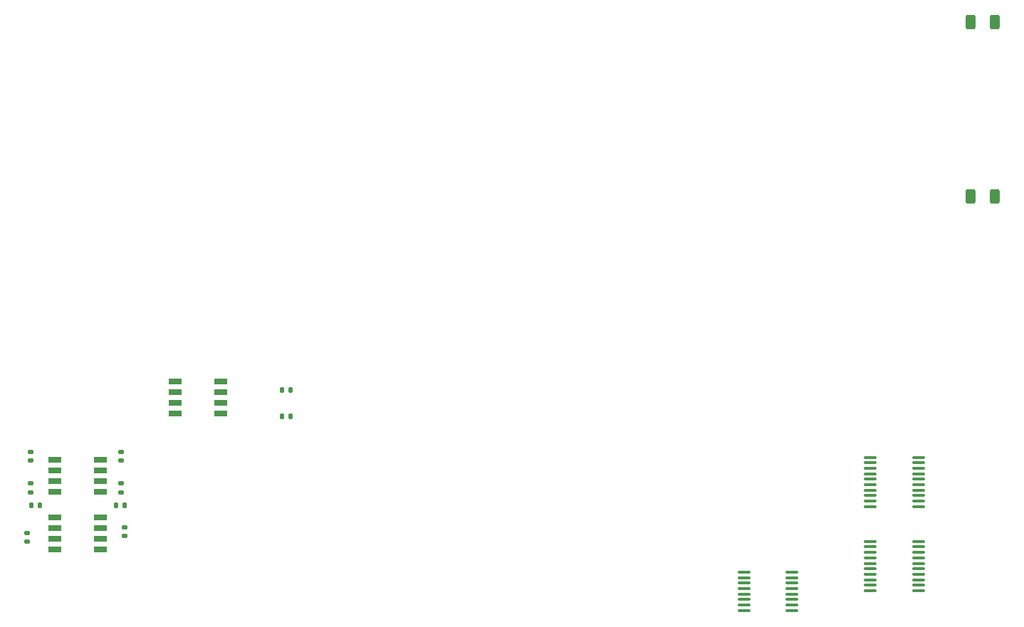
<source format=gbr>
%TF.GenerationSoftware,KiCad,Pcbnew,6.0.11-2627ca5db0~126~ubuntu22.04.1*%
%TF.CreationDate,2023-03-03T15:55:44-05:00*%
%TF.ProjectId,FloppyOverdrive_ControlBoard,466c6f70-7079-44f7-9665-726472697665,rev?*%
%TF.SameCoordinates,Original*%
%TF.FileFunction,Paste,Top*%
%TF.FilePolarity,Positive*%
%FSLAX46Y46*%
G04 Gerber Fmt 4.6, Leading zero omitted, Abs format (unit mm)*
G04 Created by KiCad (PCBNEW 6.0.11-2627ca5db0~126~ubuntu22.04.1) date 2023-03-03 15:55:44*
%MOMM*%
%LPD*%
G01*
G04 APERTURE LIST*
G04 Aperture macros list*
%AMRoundRect*
0 Rectangle with rounded corners*
0 $1 Rounding radius*
0 $2 $3 $4 $5 $6 $7 $8 $9 X,Y pos of 4 corners*
0 Add a 4 corners polygon primitive as box body*
4,1,4,$2,$3,$4,$5,$6,$7,$8,$9,$2,$3,0*
0 Add four circle primitives for the rounded corners*
1,1,$1+$1,$2,$3*
1,1,$1+$1,$4,$5*
1,1,$1+$1,$6,$7*
1,1,$1+$1,$8,$9*
0 Add four rect primitives between the rounded corners*
20,1,$1+$1,$2,$3,$4,$5,0*
20,1,$1+$1,$4,$5,$6,$7,0*
20,1,$1+$1,$6,$7,$8,$9,0*
20,1,$1+$1,$8,$9,$2,$3,0*%
G04 Aperture macros list end*
%ADD10RoundRect,0.135000X-0.135000X-0.185000X0.135000X-0.185000X0.135000X0.185000X-0.135000X0.185000X0*%
%ADD11R,1.528000X0.650000*%
%ADD12RoundRect,0.135000X-0.185000X0.135000X-0.185000X-0.135000X0.185000X-0.135000X0.185000X0.135000X0*%
%ADD13RoundRect,0.250000X-0.312500X-0.625000X0.312500X-0.625000X0.312500X0.625000X-0.312500X0.625000X0*%
%ADD14RoundRect,0.100000X-0.637500X-0.100000X0.637500X-0.100000X0.637500X0.100000X-0.637500X0.100000X0*%
%ADD15RoundRect,0.135000X0.185000X-0.135000X0.185000X0.135000X-0.185000X0.135000X-0.185000X-0.135000X0*%
%ADD16RoundRect,0.135000X0.135000X0.185000X-0.135000X0.185000X-0.135000X-0.185000X0.135000X-0.185000X0*%
G04 APERTURE END LIST*
D10*
%TO.C,R22*%
X94390000Y-114800000D03*
X95410000Y-114800000D03*
%TD*%
D11*
%TO.C,IC3*%
X111478000Y-100060000D03*
X111478000Y-101330000D03*
X111478000Y-102600000D03*
X111478000Y-103870000D03*
X116900000Y-103870000D03*
X116900000Y-102600000D03*
X116900000Y-101330000D03*
X116900000Y-100060000D03*
%TD*%
%TO.C,IC1*%
X97189000Y-109395000D03*
X97189000Y-110665000D03*
X97189000Y-111935000D03*
X97189000Y-113205000D03*
X102611000Y-113205000D03*
X102611000Y-111935000D03*
X102611000Y-110665000D03*
X102611000Y-109395000D03*
%TD*%
D12*
%TO.C,R25*%
X105500000Y-117390000D03*
X105500000Y-118410000D03*
%TD*%
D13*
%TO.C,FB1*%
X206075000Y-78000000D03*
X209000000Y-78000000D03*
%TD*%
D14*
%TO.C,U3*%
X179137500Y-122725000D03*
X179137500Y-123375000D03*
X179137500Y-124025000D03*
X179137500Y-124675000D03*
X179137500Y-125325000D03*
X179137500Y-125975000D03*
X179137500Y-126625000D03*
X179137500Y-127275000D03*
X184862500Y-127275000D03*
X184862500Y-126625000D03*
X184862500Y-125975000D03*
X184862500Y-125325000D03*
X184862500Y-124675000D03*
X184862500Y-124025000D03*
X184862500Y-123375000D03*
X184862500Y-122725000D03*
%TD*%
D12*
%TO.C,R18*%
X94300000Y-108390000D03*
X94300000Y-109410000D03*
%TD*%
D14*
%TO.C,U1*%
X194137500Y-109075000D03*
X194137500Y-109725000D03*
X194137500Y-110375000D03*
X194137500Y-111025000D03*
X194137500Y-111675000D03*
X194137500Y-112325000D03*
X194137500Y-112975000D03*
X194137500Y-113625000D03*
X194137500Y-114275000D03*
X194137500Y-114925000D03*
X199862500Y-114925000D03*
X199862500Y-114275000D03*
X199862500Y-113625000D03*
X199862500Y-112975000D03*
X199862500Y-112325000D03*
X199862500Y-111675000D03*
X199862500Y-111025000D03*
X199862500Y-110375000D03*
X199862500Y-109725000D03*
X199862500Y-109075000D03*
%TD*%
D12*
%TO.C,R17*%
X93900000Y-118090000D03*
X93900000Y-119110000D03*
%TD*%
D13*
%TO.C,FB2*%
X206075000Y-57290000D03*
X209000000Y-57290000D03*
%TD*%
D10*
%TO.C,R21*%
X124190000Y-104200000D03*
X125210000Y-104200000D03*
%TD*%
%TO.C,R20*%
X124190000Y-101100000D03*
X125210000Y-101100000D03*
%TD*%
D11*
%TO.C,IC2*%
X97189000Y-116195000D03*
X97189000Y-117465000D03*
X97189000Y-118735000D03*
X97189000Y-120005000D03*
X102611000Y-120005000D03*
X102611000Y-118735000D03*
X102611000Y-117465000D03*
X102611000Y-116195000D03*
%TD*%
D15*
%TO.C,R23*%
X105100000Y-109410000D03*
X105100000Y-108390000D03*
%TD*%
D12*
%TO.C,R24*%
X105100000Y-112190000D03*
X105100000Y-113210000D03*
%TD*%
D14*
%TO.C,U2*%
X194137500Y-119075000D03*
X194137500Y-119725000D03*
X194137500Y-120375000D03*
X194137500Y-121025000D03*
X194137500Y-121675000D03*
X194137500Y-122325000D03*
X194137500Y-122975000D03*
X194137500Y-123625000D03*
X194137500Y-124275000D03*
X194137500Y-124925000D03*
X199862500Y-124925000D03*
X199862500Y-124275000D03*
X199862500Y-123625000D03*
X199862500Y-122975000D03*
X199862500Y-122325000D03*
X199862500Y-121675000D03*
X199862500Y-121025000D03*
X199862500Y-120375000D03*
X199862500Y-119725000D03*
X199862500Y-119075000D03*
%TD*%
D16*
%TO.C,R19*%
X105510000Y-114800000D03*
X104490000Y-114800000D03*
%TD*%
D12*
%TO.C,R16*%
X94300000Y-112190000D03*
X94300000Y-113210000D03*
%TD*%
M02*

</source>
